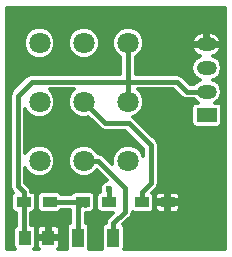
<source format=gtl>
G04 #@! TF.FileFunction,Copper,L1,Top,Signal*
%FSLAX46Y46*%
G04 Gerber Fmt 4.6, Leading zero omitted, Abs format (unit mm)*
G04 Created by KiCad (PCBNEW 4.0.4-1.fc24-product) date Tue Jun  5 14:18:38 2018*
%MOMM*%
%LPD*%
G01*
G04 APERTURE LIST*
%ADD10C,0.100000*%
%ADD11R,1.700000X1.200000*%
%ADD12O,1.700000X1.200000*%
%ADD13R,1.200000X0.900000*%
%ADD14C,1.800000*%
%ADD15R,1.000000X1.250000*%
%ADD16R,1.000000X1.600000*%
%ADD17C,0.600000*%
%ADD18C,0.400000*%
%ADD19C,0.300000*%
G04 APERTURE END LIST*
D10*
D11*
X146400000Y-90650000D03*
D12*
X146400000Y-88650000D03*
X146400000Y-86650000D03*
X146400000Y-84650000D03*
D13*
X140900000Y-98000000D03*
X143100000Y-98000000D03*
X135900000Y-98000000D03*
X138100000Y-98000000D03*
X133100000Y-98000000D03*
X130900000Y-98000000D03*
D14*
X139750000Y-84500000D03*
X136000000Y-84500000D03*
X132250000Y-84500000D03*
X139750000Y-89500000D03*
X136000000Y-89500000D03*
X132250000Y-89500000D03*
X132250000Y-94500000D03*
X136000000Y-94500000D03*
X139750000Y-94500000D03*
D15*
X131000000Y-101000000D03*
X133000000Y-101000000D03*
D16*
X138500000Y-101000000D03*
X135500000Y-101000000D03*
D17*
X133150000Y-99825000D03*
X138100000Y-96900000D03*
D18*
X138500000Y-101000000D02*
X138500000Y-99800000D01*
X138500000Y-99800000D02*
X139500000Y-98800000D01*
X139500000Y-98800000D02*
X139500000Y-96800000D01*
X137200000Y-94500000D02*
X136000000Y-94500000D01*
X139500000Y-96800000D02*
X137200000Y-94500000D01*
X135500000Y-101000000D02*
X135500000Y-98400000D01*
X135500000Y-98400000D02*
X135900000Y-98000000D01*
X136100000Y-98200000D02*
X135900000Y-98000000D01*
X133100000Y-98000000D02*
X135900000Y-98000000D01*
X133000000Y-101000000D02*
X133000000Y-99975000D01*
X133000000Y-99975000D02*
X133150000Y-99825000D01*
X138100000Y-98000000D02*
X138100000Y-96900000D01*
X140900000Y-98000000D02*
X140900000Y-97150000D01*
X140900000Y-97150000D02*
X141700000Y-96350000D01*
X137800000Y-91300000D02*
X136000000Y-89500000D01*
X141700000Y-96350000D02*
X141700000Y-93200000D01*
X141700000Y-93200000D02*
X139800000Y-91300000D01*
X139800000Y-91300000D02*
X137800000Y-91300000D01*
X131000000Y-101000000D02*
X130900000Y-100900000D01*
X130900000Y-100900000D02*
X130900000Y-98000000D01*
X141450000Y-87800000D02*
X139700000Y-87800000D01*
X146400000Y-88650000D02*
X144700000Y-88650000D01*
X144700000Y-88650000D02*
X143850000Y-87800000D01*
X143850000Y-87800000D02*
X141450000Y-87800000D01*
X139750000Y-84500000D02*
X139750000Y-87750000D01*
X139750000Y-87750000D02*
X139750000Y-89500000D01*
X130900000Y-98000000D02*
X130900000Y-97150000D01*
X130900000Y-97150000D02*
X130400000Y-96650000D01*
X130400000Y-96650000D02*
X130400000Y-89000000D01*
X131600000Y-87800000D02*
X139700000Y-87800000D01*
X130400000Y-89000000D02*
X131600000Y-87800000D01*
X139700000Y-87800000D02*
X139750000Y-87750000D01*
D19*
G36*
X134856193Y-88734288D02*
X134650235Y-89230290D01*
X134649766Y-89767353D01*
X134854858Y-90263715D01*
X135234288Y-90643807D01*
X135730290Y-90849765D01*
X136267353Y-90850234D01*
X136383150Y-90802388D01*
X137340380Y-91759619D01*
X137481283Y-91853767D01*
X137551256Y-91900522D01*
X137800000Y-91950000D01*
X139530762Y-91950000D01*
X141050000Y-93469239D01*
X141050000Y-94111071D01*
X140895142Y-93736285D01*
X140515712Y-93356193D01*
X140019710Y-93150235D01*
X139482647Y-93149766D01*
X138986285Y-93354858D01*
X138606193Y-93734288D01*
X138400235Y-94230290D01*
X138399766Y-94767353D01*
X138409043Y-94789804D01*
X137659619Y-94040381D01*
X137448745Y-93899478D01*
X137407476Y-93891269D01*
X137200000Y-93850000D01*
X137192128Y-93850000D01*
X137145142Y-93736285D01*
X136765712Y-93356193D01*
X136269710Y-93150235D01*
X135732647Y-93149766D01*
X135236285Y-93354858D01*
X134856193Y-93734288D01*
X134650235Y-94230290D01*
X134649766Y-94767353D01*
X134854858Y-95263715D01*
X135234288Y-95643807D01*
X135730290Y-95849765D01*
X136267353Y-95850234D01*
X136763715Y-95645142D01*
X137095098Y-95314336D01*
X137936724Y-96155963D01*
X137675714Y-96263811D01*
X137464552Y-96474605D01*
X137350131Y-96750161D01*
X137349870Y-97048530D01*
X137377053Y-97114318D01*
X137333240Y-97122562D01*
X137180081Y-97221117D01*
X137077332Y-97371495D01*
X137041184Y-97550000D01*
X137041184Y-98450000D01*
X137072562Y-98616760D01*
X137171117Y-98769919D01*
X137321495Y-98872668D01*
X137500000Y-98908816D01*
X138471946Y-98908816D01*
X138040381Y-99340381D01*
X137899478Y-99551255D01*
X137899478Y-99551256D01*
X137856322Y-99768219D01*
X137833240Y-99772562D01*
X137680081Y-99871117D01*
X137577332Y-100021495D01*
X137541184Y-100200000D01*
X137541184Y-101800000D01*
X137572562Y-101966760D01*
X137577864Y-101975000D01*
X136423378Y-101975000D01*
X136458816Y-101800000D01*
X136458816Y-100200000D01*
X136427438Y-100033240D01*
X136328883Y-99880081D01*
X136178505Y-99777332D01*
X136150000Y-99771560D01*
X136150000Y-98908816D01*
X136500000Y-98908816D01*
X136666760Y-98877438D01*
X136819919Y-98778883D01*
X136922668Y-98628505D01*
X136958816Y-98450000D01*
X136958816Y-97550000D01*
X136927438Y-97383240D01*
X136828883Y-97230081D01*
X136678505Y-97127332D01*
X136500000Y-97091184D01*
X135300000Y-97091184D01*
X135133240Y-97122562D01*
X134980081Y-97221117D01*
X134892019Y-97350000D01*
X134106049Y-97350000D01*
X134028883Y-97230081D01*
X133878505Y-97127332D01*
X133700000Y-97091184D01*
X132500000Y-97091184D01*
X132333240Y-97122562D01*
X132180081Y-97221117D01*
X132077332Y-97371495D01*
X132041184Y-97550000D01*
X132041184Y-98450000D01*
X132072562Y-98616760D01*
X132171117Y-98769919D01*
X132321495Y-98872668D01*
X132500000Y-98908816D01*
X133700000Y-98908816D01*
X133866760Y-98877438D01*
X134019919Y-98778883D01*
X134107981Y-98650000D01*
X134850000Y-98650000D01*
X134850000Y-99769408D01*
X134833240Y-99772562D01*
X134680081Y-99871117D01*
X134577332Y-100021495D01*
X134541184Y-100200000D01*
X134541184Y-101800000D01*
X134572562Y-101966760D01*
X134577864Y-101975000D01*
X133786396Y-101975000D01*
X133881492Y-101879904D01*
X133950000Y-101714510D01*
X133950000Y-101262500D01*
X133837500Y-101150000D01*
X133150000Y-101150000D01*
X133150000Y-101170000D01*
X132850000Y-101170000D01*
X132850000Y-101150000D01*
X132162500Y-101150000D01*
X132050000Y-101262500D01*
X132050000Y-101714510D01*
X132118508Y-101879904D01*
X132213604Y-101975000D01*
X131787102Y-101975000D01*
X131819919Y-101953883D01*
X131922668Y-101803505D01*
X131958816Y-101625000D01*
X131958816Y-100375000D01*
X131941974Y-100285490D01*
X132050000Y-100285490D01*
X132050000Y-100737500D01*
X132162500Y-100850000D01*
X132850000Y-100850000D01*
X132850000Y-100037500D01*
X133150000Y-100037500D01*
X133150000Y-100850000D01*
X133837500Y-100850000D01*
X133950000Y-100737500D01*
X133950000Y-100285490D01*
X133881492Y-100120096D01*
X133754905Y-99993509D01*
X133589511Y-99925000D01*
X133262500Y-99925000D01*
X133150000Y-100037500D01*
X132850000Y-100037500D01*
X132737500Y-99925000D01*
X132410489Y-99925000D01*
X132245095Y-99993509D01*
X132118508Y-100120096D01*
X132050000Y-100285490D01*
X131941974Y-100285490D01*
X131927438Y-100208240D01*
X131828883Y-100055081D01*
X131678505Y-99952332D01*
X131550000Y-99926309D01*
X131550000Y-98899408D01*
X131666760Y-98877438D01*
X131819919Y-98778883D01*
X131922668Y-98628505D01*
X131958816Y-98450000D01*
X131958816Y-97550000D01*
X131927438Y-97383240D01*
X131828883Y-97230081D01*
X131678505Y-97127332D01*
X131539908Y-97099266D01*
X131500522Y-96901256D01*
X131400438Y-96751470D01*
X131359620Y-96690381D01*
X131050000Y-96380762D01*
X131050000Y-95130948D01*
X131104858Y-95263715D01*
X131484288Y-95643807D01*
X131980290Y-95849765D01*
X132517353Y-95850234D01*
X133013715Y-95645142D01*
X133393807Y-95265712D01*
X133599765Y-94769710D01*
X133600234Y-94232647D01*
X133395142Y-93736285D01*
X133015712Y-93356193D01*
X132519710Y-93150235D01*
X131982647Y-93149766D01*
X131486285Y-93354858D01*
X131106193Y-93734288D01*
X131050000Y-93869616D01*
X131050000Y-90130948D01*
X131104858Y-90263715D01*
X131484288Y-90643807D01*
X131980290Y-90849765D01*
X132517353Y-90850234D01*
X133013715Y-90645142D01*
X133393807Y-90265712D01*
X133599765Y-89769710D01*
X133600234Y-89232647D01*
X133395142Y-88736285D01*
X133109356Y-88450000D01*
X135140977Y-88450000D01*
X134856193Y-88734288D01*
X134856193Y-88734288D01*
G37*
X134856193Y-88734288D02*
X134650235Y-89230290D01*
X134649766Y-89767353D01*
X134854858Y-90263715D01*
X135234288Y-90643807D01*
X135730290Y-90849765D01*
X136267353Y-90850234D01*
X136383150Y-90802388D01*
X137340380Y-91759619D01*
X137481283Y-91853767D01*
X137551256Y-91900522D01*
X137800000Y-91950000D01*
X139530762Y-91950000D01*
X141050000Y-93469239D01*
X141050000Y-94111071D01*
X140895142Y-93736285D01*
X140515712Y-93356193D01*
X140019710Y-93150235D01*
X139482647Y-93149766D01*
X138986285Y-93354858D01*
X138606193Y-93734288D01*
X138400235Y-94230290D01*
X138399766Y-94767353D01*
X138409043Y-94789804D01*
X137659619Y-94040381D01*
X137448745Y-93899478D01*
X137407476Y-93891269D01*
X137200000Y-93850000D01*
X137192128Y-93850000D01*
X137145142Y-93736285D01*
X136765712Y-93356193D01*
X136269710Y-93150235D01*
X135732647Y-93149766D01*
X135236285Y-93354858D01*
X134856193Y-93734288D01*
X134650235Y-94230290D01*
X134649766Y-94767353D01*
X134854858Y-95263715D01*
X135234288Y-95643807D01*
X135730290Y-95849765D01*
X136267353Y-95850234D01*
X136763715Y-95645142D01*
X137095098Y-95314336D01*
X137936724Y-96155963D01*
X137675714Y-96263811D01*
X137464552Y-96474605D01*
X137350131Y-96750161D01*
X137349870Y-97048530D01*
X137377053Y-97114318D01*
X137333240Y-97122562D01*
X137180081Y-97221117D01*
X137077332Y-97371495D01*
X137041184Y-97550000D01*
X137041184Y-98450000D01*
X137072562Y-98616760D01*
X137171117Y-98769919D01*
X137321495Y-98872668D01*
X137500000Y-98908816D01*
X138471946Y-98908816D01*
X138040381Y-99340381D01*
X137899478Y-99551255D01*
X137899478Y-99551256D01*
X137856322Y-99768219D01*
X137833240Y-99772562D01*
X137680081Y-99871117D01*
X137577332Y-100021495D01*
X137541184Y-100200000D01*
X137541184Y-101800000D01*
X137572562Y-101966760D01*
X137577864Y-101975000D01*
X136423378Y-101975000D01*
X136458816Y-101800000D01*
X136458816Y-100200000D01*
X136427438Y-100033240D01*
X136328883Y-99880081D01*
X136178505Y-99777332D01*
X136150000Y-99771560D01*
X136150000Y-98908816D01*
X136500000Y-98908816D01*
X136666760Y-98877438D01*
X136819919Y-98778883D01*
X136922668Y-98628505D01*
X136958816Y-98450000D01*
X136958816Y-97550000D01*
X136927438Y-97383240D01*
X136828883Y-97230081D01*
X136678505Y-97127332D01*
X136500000Y-97091184D01*
X135300000Y-97091184D01*
X135133240Y-97122562D01*
X134980081Y-97221117D01*
X134892019Y-97350000D01*
X134106049Y-97350000D01*
X134028883Y-97230081D01*
X133878505Y-97127332D01*
X133700000Y-97091184D01*
X132500000Y-97091184D01*
X132333240Y-97122562D01*
X132180081Y-97221117D01*
X132077332Y-97371495D01*
X132041184Y-97550000D01*
X132041184Y-98450000D01*
X132072562Y-98616760D01*
X132171117Y-98769919D01*
X132321495Y-98872668D01*
X132500000Y-98908816D01*
X133700000Y-98908816D01*
X133866760Y-98877438D01*
X134019919Y-98778883D01*
X134107981Y-98650000D01*
X134850000Y-98650000D01*
X134850000Y-99769408D01*
X134833240Y-99772562D01*
X134680081Y-99871117D01*
X134577332Y-100021495D01*
X134541184Y-100200000D01*
X134541184Y-101800000D01*
X134572562Y-101966760D01*
X134577864Y-101975000D01*
X133786396Y-101975000D01*
X133881492Y-101879904D01*
X133950000Y-101714510D01*
X133950000Y-101262500D01*
X133837500Y-101150000D01*
X133150000Y-101150000D01*
X133150000Y-101170000D01*
X132850000Y-101170000D01*
X132850000Y-101150000D01*
X132162500Y-101150000D01*
X132050000Y-101262500D01*
X132050000Y-101714510D01*
X132118508Y-101879904D01*
X132213604Y-101975000D01*
X131787102Y-101975000D01*
X131819919Y-101953883D01*
X131922668Y-101803505D01*
X131958816Y-101625000D01*
X131958816Y-100375000D01*
X131941974Y-100285490D01*
X132050000Y-100285490D01*
X132050000Y-100737500D01*
X132162500Y-100850000D01*
X132850000Y-100850000D01*
X132850000Y-100037500D01*
X133150000Y-100037500D01*
X133150000Y-100850000D01*
X133837500Y-100850000D01*
X133950000Y-100737500D01*
X133950000Y-100285490D01*
X133881492Y-100120096D01*
X133754905Y-99993509D01*
X133589511Y-99925000D01*
X133262500Y-99925000D01*
X133150000Y-100037500D01*
X132850000Y-100037500D01*
X132737500Y-99925000D01*
X132410489Y-99925000D01*
X132245095Y-99993509D01*
X132118508Y-100120096D01*
X132050000Y-100285490D01*
X131941974Y-100285490D01*
X131927438Y-100208240D01*
X131828883Y-100055081D01*
X131678505Y-99952332D01*
X131550000Y-99926309D01*
X131550000Y-98899408D01*
X131666760Y-98877438D01*
X131819919Y-98778883D01*
X131922668Y-98628505D01*
X131958816Y-98450000D01*
X131958816Y-97550000D01*
X131927438Y-97383240D01*
X131828883Y-97230081D01*
X131678505Y-97127332D01*
X131539908Y-97099266D01*
X131500522Y-96901256D01*
X131400438Y-96751470D01*
X131359620Y-96690381D01*
X131050000Y-96380762D01*
X131050000Y-95130948D01*
X131104858Y-95263715D01*
X131484288Y-95643807D01*
X131980290Y-95849765D01*
X132517353Y-95850234D01*
X133013715Y-95645142D01*
X133393807Y-95265712D01*
X133599765Y-94769710D01*
X133600234Y-94232647D01*
X133395142Y-93736285D01*
X133015712Y-93356193D01*
X132519710Y-93150235D01*
X131982647Y-93149766D01*
X131486285Y-93354858D01*
X131106193Y-93734288D01*
X131050000Y-93869616D01*
X131050000Y-90130948D01*
X131104858Y-90263715D01*
X131484288Y-90643807D01*
X131980290Y-90849765D01*
X132517353Y-90850234D01*
X133013715Y-90645142D01*
X133393807Y-90265712D01*
X133599765Y-89769710D01*
X133600234Y-89232647D01*
X133395142Y-88736285D01*
X133109356Y-88450000D01*
X135140977Y-88450000D01*
X134856193Y-88734288D01*
G36*
X147975000Y-101975000D02*
X139423378Y-101975000D01*
X139458816Y-101800000D01*
X139458816Y-100200000D01*
X139427438Y-100033240D01*
X139332906Y-99886333D01*
X139959620Y-99259619D01*
X140100522Y-99048744D01*
X140135001Y-98875403D01*
X140300000Y-98908816D01*
X141500000Y-98908816D01*
X141666760Y-98877438D01*
X141819919Y-98778883D01*
X141922668Y-98628505D01*
X141958816Y-98450000D01*
X141958816Y-98262500D01*
X142050000Y-98262500D01*
X142050000Y-98539510D01*
X142118508Y-98704904D01*
X142245095Y-98831491D01*
X142410489Y-98900000D01*
X142837500Y-98900000D01*
X142950000Y-98787500D01*
X142950000Y-98150000D01*
X143250000Y-98150000D01*
X143250000Y-98787500D01*
X143362500Y-98900000D01*
X143789511Y-98900000D01*
X143954905Y-98831491D01*
X144081492Y-98704904D01*
X144150000Y-98539510D01*
X144150000Y-98262500D01*
X144037500Y-98150000D01*
X143250000Y-98150000D01*
X142950000Y-98150000D01*
X142162500Y-98150000D01*
X142050000Y-98262500D01*
X141958816Y-98262500D01*
X141958816Y-97550000D01*
X141941974Y-97460490D01*
X142050000Y-97460490D01*
X142050000Y-97737500D01*
X142162500Y-97850000D01*
X142950000Y-97850000D01*
X142950000Y-97212500D01*
X143250000Y-97212500D01*
X143250000Y-97850000D01*
X144037500Y-97850000D01*
X144150000Y-97737500D01*
X144150000Y-97460490D01*
X144081492Y-97295096D01*
X143954905Y-97168509D01*
X143789511Y-97100000D01*
X143362500Y-97100000D01*
X143250000Y-97212500D01*
X142950000Y-97212500D01*
X142837500Y-97100000D01*
X142410489Y-97100000D01*
X142245095Y-97168509D01*
X142118508Y-97295096D01*
X142050000Y-97460490D01*
X141941974Y-97460490D01*
X141927438Y-97383240D01*
X141828883Y-97230081D01*
X141775579Y-97193660D01*
X142159620Y-96809619D01*
X142300522Y-96598745D01*
X142350000Y-96350000D01*
X142350000Y-93200000D01*
X142300522Y-92951256D01*
X142159620Y-92740381D01*
X140259619Y-90840381D01*
X140176161Y-90784616D01*
X140513715Y-90645142D01*
X140893807Y-90265712D01*
X141099765Y-89769710D01*
X141100234Y-89232647D01*
X140895142Y-88736285D01*
X140609356Y-88450000D01*
X143580762Y-88450000D01*
X144240381Y-89109620D01*
X144451256Y-89250522D01*
X144700000Y-89300000D01*
X145320288Y-89300000D01*
X145382069Y-89392462D01*
X145679476Y-89591184D01*
X145550000Y-89591184D01*
X145383240Y-89622562D01*
X145230081Y-89721117D01*
X145127332Y-89871495D01*
X145091184Y-90050000D01*
X145091184Y-91250000D01*
X145122562Y-91416760D01*
X145221117Y-91569919D01*
X145371495Y-91672668D01*
X145550000Y-91708816D01*
X147250000Y-91708816D01*
X147416760Y-91677438D01*
X147569919Y-91578883D01*
X147672668Y-91428505D01*
X147708816Y-91250000D01*
X147708816Y-90050000D01*
X147677438Y-89883240D01*
X147578883Y-89730081D01*
X147428505Y-89627332D01*
X147250000Y-89591184D01*
X147120524Y-89591184D01*
X147417931Y-89392462D01*
X147645543Y-89051818D01*
X147725469Y-88650000D01*
X147645543Y-88248182D01*
X147417931Y-87907538D01*
X147077287Y-87679926D01*
X146926838Y-87650000D01*
X147077287Y-87620074D01*
X147417931Y-87392462D01*
X147645543Y-87051818D01*
X147725469Y-86650000D01*
X147645543Y-86248182D01*
X147417931Y-85907538D01*
X147077287Y-85679926D01*
X146935478Y-85651719D01*
X147117073Y-85603583D01*
X147446440Y-85352255D01*
X147652970Y-84960725D01*
X147575422Y-84800000D01*
X146550000Y-84800000D01*
X146550000Y-84820000D01*
X146250000Y-84820000D01*
X146250000Y-84800000D01*
X145224578Y-84800000D01*
X145147030Y-84960725D01*
X145353560Y-85352255D01*
X145682927Y-85603583D01*
X145864522Y-85651719D01*
X145722713Y-85679926D01*
X145382069Y-85907538D01*
X145154457Y-86248182D01*
X145074531Y-86650000D01*
X145154457Y-87051818D01*
X145382069Y-87392462D01*
X145722713Y-87620074D01*
X145873162Y-87650000D01*
X145722713Y-87679926D01*
X145382069Y-87907538D01*
X145320288Y-88000000D01*
X144969239Y-88000000D01*
X144309619Y-87340381D01*
X144098745Y-87199478D01*
X144057476Y-87191269D01*
X143850000Y-87150000D01*
X140400000Y-87150000D01*
X140400000Y-85692128D01*
X140513715Y-85645142D01*
X140893807Y-85265712D01*
X141099765Y-84769710D01*
X141100140Y-84339275D01*
X145147030Y-84339275D01*
X145224578Y-84500000D01*
X146250000Y-84500000D01*
X146250000Y-83705392D01*
X146550000Y-83705392D01*
X146550000Y-84500000D01*
X147575422Y-84500000D01*
X147652970Y-84339275D01*
X147446440Y-83947745D01*
X147117073Y-83696417D01*
X146716599Y-83590263D01*
X146550000Y-83705392D01*
X146250000Y-83705392D01*
X146083401Y-83590263D01*
X145682927Y-83696417D01*
X145353560Y-83947745D01*
X145147030Y-84339275D01*
X141100140Y-84339275D01*
X141100234Y-84232647D01*
X140895142Y-83736285D01*
X140515712Y-83356193D01*
X140019710Y-83150235D01*
X139482647Y-83149766D01*
X138986285Y-83354858D01*
X138606193Y-83734288D01*
X138400235Y-84230290D01*
X138399766Y-84767353D01*
X138604858Y-85263715D01*
X138984288Y-85643807D01*
X139100000Y-85691855D01*
X139100000Y-87150000D01*
X131600000Y-87150000D01*
X131392524Y-87191269D01*
X131351255Y-87199478D01*
X131140380Y-87340381D01*
X129940381Y-88540381D01*
X129799478Y-88751255D01*
X129799478Y-88751256D01*
X129750000Y-89000000D01*
X129750000Y-96650000D01*
X129770184Y-96751470D01*
X129799478Y-96898745D01*
X129940381Y-97109619D01*
X130023767Y-97193006D01*
X129980081Y-97221117D01*
X129877332Y-97371495D01*
X129841184Y-97550000D01*
X129841184Y-98450000D01*
X129872562Y-98616760D01*
X129971117Y-98769919D01*
X130121495Y-98872668D01*
X130250000Y-98898691D01*
X130250000Y-100001125D01*
X130180081Y-100046117D01*
X130077332Y-100196495D01*
X130041184Y-100375000D01*
X130041184Y-101625000D01*
X130072562Y-101791760D01*
X130171117Y-101944919D01*
X130215142Y-101975000D01*
X129525000Y-101975000D01*
X129525000Y-84767353D01*
X130899766Y-84767353D01*
X131104858Y-85263715D01*
X131484288Y-85643807D01*
X131980290Y-85849765D01*
X132517353Y-85850234D01*
X133013715Y-85645142D01*
X133393807Y-85265712D01*
X133599765Y-84769710D01*
X133599767Y-84767353D01*
X134649766Y-84767353D01*
X134854858Y-85263715D01*
X135234288Y-85643807D01*
X135730290Y-85849765D01*
X136267353Y-85850234D01*
X136763715Y-85645142D01*
X137143807Y-85265712D01*
X137349765Y-84769710D01*
X137350234Y-84232647D01*
X137145142Y-83736285D01*
X136765712Y-83356193D01*
X136269710Y-83150235D01*
X135732647Y-83149766D01*
X135236285Y-83354858D01*
X134856193Y-83734288D01*
X134650235Y-84230290D01*
X134649766Y-84767353D01*
X133599767Y-84767353D01*
X133600234Y-84232647D01*
X133395142Y-83736285D01*
X133015712Y-83356193D01*
X132519710Y-83150235D01*
X131982647Y-83149766D01*
X131486285Y-83354858D01*
X131106193Y-83734288D01*
X130900235Y-84230290D01*
X130899766Y-84767353D01*
X129525000Y-84767353D01*
X129525000Y-81525000D01*
X147975000Y-81525000D01*
X147975000Y-101975000D01*
X147975000Y-101975000D01*
G37*
X147975000Y-101975000D02*
X139423378Y-101975000D01*
X139458816Y-101800000D01*
X139458816Y-100200000D01*
X139427438Y-100033240D01*
X139332906Y-99886333D01*
X139959620Y-99259619D01*
X140100522Y-99048744D01*
X140135001Y-98875403D01*
X140300000Y-98908816D01*
X141500000Y-98908816D01*
X141666760Y-98877438D01*
X141819919Y-98778883D01*
X141922668Y-98628505D01*
X141958816Y-98450000D01*
X141958816Y-98262500D01*
X142050000Y-98262500D01*
X142050000Y-98539510D01*
X142118508Y-98704904D01*
X142245095Y-98831491D01*
X142410489Y-98900000D01*
X142837500Y-98900000D01*
X142950000Y-98787500D01*
X142950000Y-98150000D01*
X143250000Y-98150000D01*
X143250000Y-98787500D01*
X143362500Y-98900000D01*
X143789511Y-98900000D01*
X143954905Y-98831491D01*
X144081492Y-98704904D01*
X144150000Y-98539510D01*
X144150000Y-98262500D01*
X144037500Y-98150000D01*
X143250000Y-98150000D01*
X142950000Y-98150000D01*
X142162500Y-98150000D01*
X142050000Y-98262500D01*
X141958816Y-98262500D01*
X141958816Y-97550000D01*
X141941974Y-97460490D01*
X142050000Y-97460490D01*
X142050000Y-97737500D01*
X142162500Y-97850000D01*
X142950000Y-97850000D01*
X142950000Y-97212500D01*
X143250000Y-97212500D01*
X143250000Y-97850000D01*
X144037500Y-97850000D01*
X144150000Y-97737500D01*
X144150000Y-97460490D01*
X144081492Y-97295096D01*
X143954905Y-97168509D01*
X143789511Y-97100000D01*
X143362500Y-97100000D01*
X143250000Y-97212500D01*
X142950000Y-97212500D01*
X142837500Y-97100000D01*
X142410489Y-97100000D01*
X142245095Y-97168509D01*
X142118508Y-97295096D01*
X142050000Y-97460490D01*
X141941974Y-97460490D01*
X141927438Y-97383240D01*
X141828883Y-97230081D01*
X141775579Y-97193660D01*
X142159620Y-96809619D01*
X142300522Y-96598745D01*
X142350000Y-96350000D01*
X142350000Y-93200000D01*
X142300522Y-92951256D01*
X142159620Y-92740381D01*
X140259619Y-90840381D01*
X140176161Y-90784616D01*
X140513715Y-90645142D01*
X140893807Y-90265712D01*
X141099765Y-89769710D01*
X141100234Y-89232647D01*
X140895142Y-88736285D01*
X140609356Y-88450000D01*
X143580762Y-88450000D01*
X144240381Y-89109620D01*
X144451256Y-89250522D01*
X144700000Y-89300000D01*
X145320288Y-89300000D01*
X145382069Y-89392462D01*
X145679476Y-89591184D01*
X145550000Y-89591184D01*
X145383240Y-89622562D01*
X145230081Y-89721117D01*
X145127332Y-89871495D01*
X145091184Y-90050000D01*
X145091184Y-91250000D01*
X145122562Y-91416760D01*
X145221117Y-91569919D01*
X145371495Y-91672668D01*
X145550000Y-91708816D01*
X147250000Y-91708816D01*
X147416760Y-91677438D01*
X147569919Y-91578883D01*
X147672668Y-91428505D01*
X147708816Y-91250000D01*
X147708816Y-90050000D01*
X147677438Y-89883240D01*
X147578883Y-89730081D01*
X147428505Y-89627332D01*
X147250000Y-89591184D01*
X147120524Y-89591184D01*
X147417931Y-89392462D01*
X147645543Y-89051818D01*
X147725469Y-88650000D01*
X147645543Y-88248182D01*
X147417931Y-87907538D01*
X147077287Y-87679926D01*
X146926838Y-87650000D01*
X147077287Y-87620074D01*
X147417931Y-87392462D01*
X147645543Y-87051818D01*
X147725469Y-86650000D01*
X147645543Y-86248182D01*
X147417931Y-85907538D01*
X147077287Y-85679926D01*
X146935478Y-85651719D01*
X147117073Y-85603583D01*
X147446440Y-85352255D01*
X147652970Y-84960725D01*
X147575422Y-84800000D01*
X146550000Y-84800000D01*
X146550000Y-84820000D01*
X146250000Y-84820000D01*
X146250000Y-84800000D01*
X145224578Y-84800000D01*
X145147030Y-84960725D01*
X145353560Y-85352255D01*
X145682927Y-85603583D01*
X145864522Y-85651719D01*
X145722713Y-85679926D01*
X145382069Y-85907538D01*
X145154457Y-86248182D01*
X145074531Y-86650000D01*
X145154457Y-87051818D01*
X145382069Y-87392462D01*
X145722713Y-87620074D01*
X145873162Y-87650000D01*
X145722713Y-87679926D01*
X145382069Y-87907538D01*
X145320288Y-88000000D01*
X144969239Y-88000000D01*
X144309619Y-87340381D01*
X144098745Y-87199478D01*
X144057476Y-87191269D01*
X143850000Y-87150000D01*
X140400000Y-87150000D01*
X140400000Y-85692128D01*
X140513715Y-85645142D01*
X140893807Y-85265712D01*
X141099765Y-84769710D01*
X141100140Y-84339275D01*
X145147030Y-84339275D01*
X145224578Y-84500000D01*
X146250000Y-84500000D01*
X146250000Y-83705392D01*
X146550000Y-83705392D01*
X146550000Y-84500000D01*
X147575422Y-84500000D01*
X147652970Y-84339275D01*
X147446440Y-83947745D01*
X147117073Y-83696417D01*
X146716599Y-83590263D01*
X146550000Y-83705392D01*
X146250000Y-83705392D01*
X146083401Y-83590263D01*
X145682927Y-83696417D01*
X145353560Y-83947745D01*
X145147030Y-84339275D01*
X141100140Y-84339275D01*
X141100234Y-84232647D01*
X140895142Y-83736285D01*
X140515712Y-83356193D01*
X140019710Y-83150235D01*
X139482647Y-83149766D01*
X138986285Y-83354858D01*
X138606193Y-83734288D01*
X138400235Y-84230290D01*
X138399766Y-84767353D01*
X138604858Y-85263715D01*
X138984288Y-85643807D01*
X139100000Y-85691855D01*
X139100000Y-87150000D01*
X131600000Y-87150000D01*
X131392524Y-87191269D01*
X131351255Y-87199478D01*
X131140380Y-87340381D01*
X129940381Y-88540381D01*
X129799478Y-88751255D01*
X129799478Y-88751256D01*
X129750000Y-89000000D01*
X129750000Y-96650000D01*
X129770184Y-96751470D01*
X129799478Y-96898745D01*
X129940381Y-97109619D01*
X130023767Y-97193006D01*
X129980081Y-97221117D01*
X129877332Y-97371495D01*
X129841184Y-97550000D01*
X129841184Y-98450000D01*
X129872562Y-98616760D01*
X129971117Y-98769919D01*
X130121495Y-98872668D01*
X130250000Y-98898691D01*
X130250000Y-100001125D01*
X130180081Y-100046117D01*
X130077332Y-100196495D01*
X130041184Y-100375000D01*
X130041184Y-101625000D01*
X130072562Y-101791760D01*
X130171117Y-101944919D01*
X130215142Y-101975000D01*
X129525000Y-101975000D01*
X129525000Y-84767353D01*
X130899766Y-84767353D01*
X131104858Y-85263715D01*
X131484288Y-85643807D01*
X131980290Y-85849765D01*
X132517353Y-85850234D01*
X133013715Y-85645142D01*
X133393807Y-85265712D01*
X133599765Y-84769710D01*
X133599767Y-84767353D01*
X134649766Y-84767353D01*
X134854858Y-85263715D01*
X135234288Y-85643807D01*
X135730290Y-85849765D01*
X136267353Y-85850234D01*
X136763715Y-85645142D01*
X137143807Y-85265712D01*
X137349765Y-84769710D01*
X137350234Y-84232647D01*
X137145142Y-83736285D01*
X136765712Y-83356193D01*
X136269710Y-83150235D01*
X135732647Y-83149766D01*
X135236285Y-83354858D01*
X134856193Y-83734288D01*
X134650235Y-84230290D01*
X134649766Y-84767353D01*
X133599767Y-84767353D01*
X133600234Y-84232647D01*
X133395142Y-83736285D01*
X133015712Y-83356193D01*
X132519710Y-83150235D01*
X131982647Y-83149766D01*
X131486285Y-83354858D01*
X131106193Y-83734288D01*
X130900235Y-84230290D01*
X130899766Y-84767353D01*
X129525000Y-84767353D01*
X129525000Y-81525000D01*
X147975000Y-81525000D01*
X147975000Y-101975000D01*
M02*

</source>
